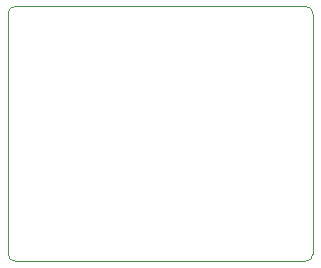
<source format=gbr>
G04 #@! TF.GenerationSoftware,KiCad,Pcbnew,(5.1.5)-3*
G04 #@! TF.CreationDate,2020-08-04T19:08:33+10:00*
G04 #@! TF.ProjectId,Interconnect,496e7465-7263-46f6-9e6e-6563742e6b69,rev 0.2*
G04 #@! TF.SameCoordinates,Original*
G04 #@! TF.FileFunction,Profile,NP*
%FSLAX46Y46*%
G04 Gerber Fmt 4.6, Leading zero omitted, Abs format (unit mm)*
G04 Created by KiCad (PCBNEW (5.1.5)-3) date 2020-08-04 19:08:33*
%MOMM*%
%LPD*%
G04 APERTURE LIST*
%ADD10C,0.050000*%
G04 APERTURE END LIST*
D10*
X172045000Y-104648000D02*
G75*
G02X171410000Y-105283000I-635000J0D01*
G01*
X146852000Y-105283000D02*
G75*
G02X146217000Y-104648000I0J635000D01*
G01*
X146217000Y-84328000D02*
G75*
G02X146852000Y-83693000I635000J0D01*
G01*
X171410000Y-83693000D02*
G75*
G02X172045000Y-84328000I0J-635000D01*
G01*
X146217000Y-104648000D02*
X146217000Y-84328000D01*
X171410000Y-105283000D02*
X146852000Y-105283000D01*
X172045000Y-84328000D02*
X172045000Y-104648000D01*
X146852000Y-83693000D02*
X171410000Y-83693000D01*
M02*

</source>
